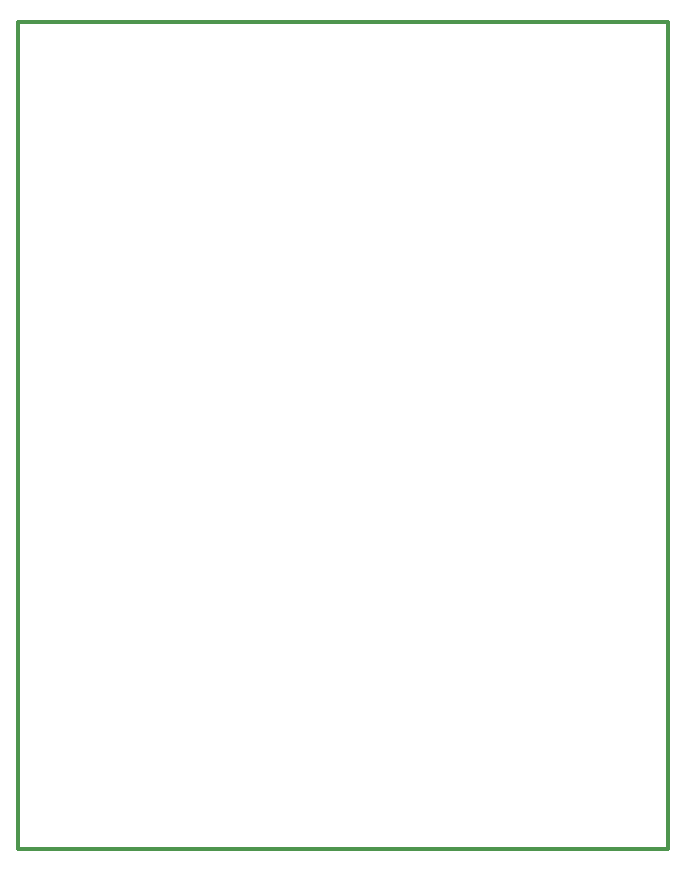
<source format=gm1>
G04 Layer_Color=16711935*
%FSLAX25Y25*%
%MOIN*%
G70*
G01*
G75*
%ADD31C,0.01181*%
D31*
X100795Y376969D02*
X317331D01*
X100795Y101295D02*
Y376969D01*
Y101295D02*
X317331D01*
Y376969D01*
M02*

</source>
